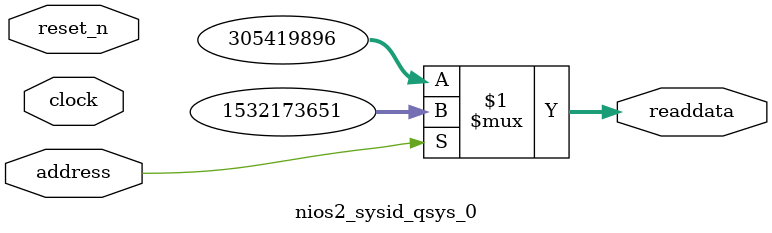
<source format=v>



// synthesis translate_off
`timescale 1ns / 1ps
// synthesis translate_on

// turn off superfluous verilog processor warnings 
// altera message_level Level1 
// altera message_off 10034 10035 10036 10037 10230 10240 10030 

module nios2_sysid_qsys_0 (
               // inputs:
                address,
                clock,
                reset_n,

               // outputs:
                readdata
             )
;

  output  [ 31: 0] readdata;
  input            address;
  input            clock;
  input            reset_n;

  wire    [ 31: 0] readdata;
  //control_slave, which is an e_avalon_slave
  assign readdata = address ? 1532173651 : 305419896;

endmodule



</source>
